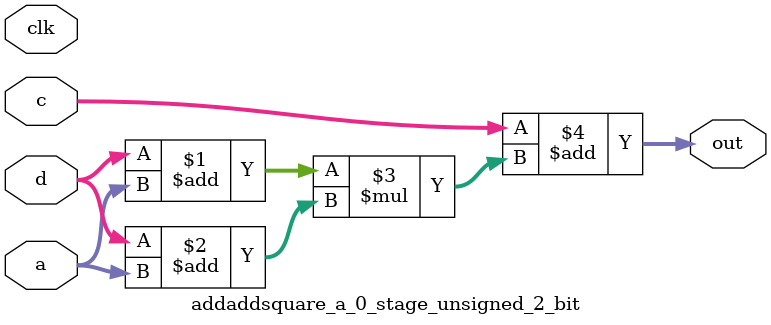
<source format=sv>
(* use_dsp = "yes" *) module addaddsquare_a_0_stage_unsigned_2_bit(
	input  [1:0] a,
	input  [1:0] c,
	input  [1:0] d,
	output [1:0] out,
	input clk);

	assign out = c + ((d + a) * (d + a));
endmodule

</source>
